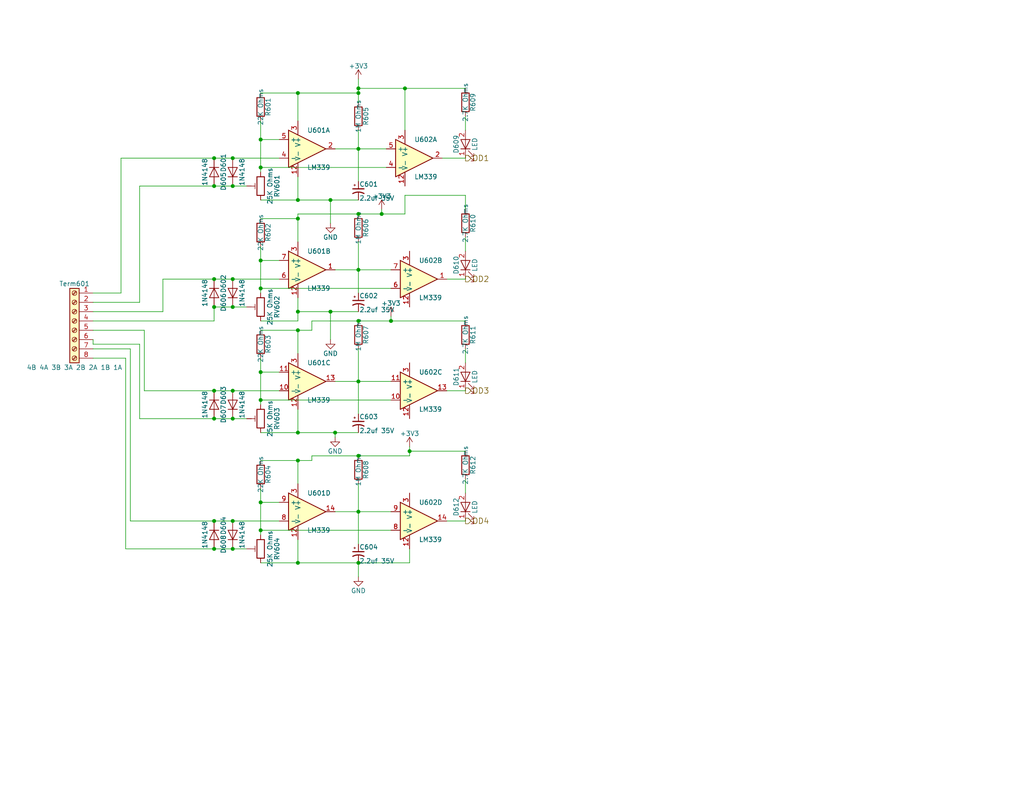
<source format=kicad_sch>
(kicad_sch (version 20211123) (generator eeschema)
  (paper "USLetter")
  (title_block (title "ESP32 S3 Multifunction Board Universal Turnout") (rev "1.0") (company "Deepwoods Software") (comment 1 "Occupancy Detectors"))
  (lib_symbols
    (symbol "ESP32-T7S3-MultiFunctionUniversalTurnout-rescue:+3V3" (power) (pin_names (offset 0))
      (property "Value" "+3V3" (at 0 3.556 0))
      (symbol "+3V3_0_1"
        (polyline (pts (xy -0.762 1.27) (xy 0 2.54)))
        (polyline (pts (xy 0 0) (xy 0 2.54)))
        (polyline (pts (xy 0 2.54) (xy 0.762 1.27)))
      )
      (symbol "+3V3_1_1"
        (pin power_in line (at 0 0 90) (length 0) hide (name "+3V3") (number "1"))
      )
    )
    (symbol "ESP32-T7S3-MultiFunctionUniversalTurnout-rescue:CP1_Small" (pin_numbers hide) (pin_names (offset 0.254) hide)
      (property "Reference" "C" (at 0.254 1.778 0))
      (property "Value" "CP1_Small" (at 0.254 -2.032 0))
      (symbol "CP1_Small_0_1"
        (polyline (pts (xy -1.524 0.508) (xy 1.524 0.508)) (stroke (width 0.3048)))
        (polyline (pts (xy -1.27 1.524) (xy -0.762 1.524)))
        (polyline (pts (xy -1.016 1.27) (xy -1.016 1.778)))
        (arc (start 1.524 -0.762) (mid 0 -0.3734) (end -1.524 -0.762) (stroke (width 0.3048)))
      )
      (symbol "CP1_Small_1_1"
        (pin passive line (at 0 2.54 270) (length 2.032) (name "~") (number "1"))
        (pin passive line (at 0 -2.54 90) (length 2.032) (name "~") (number "2"))
      )
    )
    (symbol "ESP32-T7S3-MultiFunctionUniversalTurnout-rescue:D" (pin_numbers hide) (pin_names (offset 1.016) hide)
      (property "Reference" "D" (at 0 2.54 0))
      (property "Value" "D" (at 0 -2.54 0))
      (symbol "D_0_1"
        (polyline (pts (xy -1.27 1.27) (xy -1.27 -1.27)) (stroke (width 0.2032)))
        (polyline (pts (xy 1.27 0) (xy -1.27 0)))
        (polyline (pts (xy 1.27 1.27) (xy 1.27 -1.27) (xy -1.27 0) (xy 1.27 1.27)) (stroke (width 0.2032)))
      )
      (symbol "D_1_1"
        (pin passive line (at -3.81 0 0) (length 2.54) (name "K") (number "1"))
        (pin passive line (at 3.81 0 180) (length 2.54) (name "A") (number "2"))
      )
    )
    (symbol "ESP32-T7S3-MultiFunctionUniversalTurnout-rescue:GND" (power) (pin_names (offset 0))
      (property "Value" "GND" (at 0 -3.81 0))
      (symbol "GND_0_1"
        (polyline (pts (xy 0 0) (xy 0 -1.27) (xy 1.27 -1.27) (xy 0 -2.54) (xy -1.27 -1.27) (xy 0 -1.27)))
      )
      (symbol "GND_1_1"
        (pin power_in line (at 0 0 270) (length 0) hide (name "GND") (number "1"))
      )
    )
    (symbol "ESP32-T7S3-MultiFunctionUniversalTurnout-rescue:LED" (pin_names (offset 1.016) hide)
      (property "Reference" "D" (at 0 2.54 0))
      (property "Value" "LED" (at 0 -2.54 0))
      (symbol "LED_0_1"
        (polyline (pts (xy -1.27 -1.27) (xy -1.27 1.27)) (stroke (width 0.2032)))
        (polyline (pts (xy -1.27 0) (xy 1.27 0)))
        (polyline (pts (xy 1.27 -1.27) (xy 1.27 1.27) (xy -1.27 0) (xy 1.27 -1.27)) (stroke (width 0.2032)))
        (polyline (pts (xy -3.048 -0.762) (xy -4.572 -2.286) (xy -3.81 -2.286) (xy -4.572 -2.286) (xy -4.572 -1.524)))
        (polyline (pts (xy -1.778 -0.762) (xy -3.302 -2.286) (xy -2.54 -2.286) (xy -3.302 -2.286) (xy -3.302 -1.524)))
      )
      (symbol "LED_1_1"
        (pin passive line (at -3.81 0 0) (length 2.54) (name "K") (number "1"))
        (pin passive line (at 3.81 0 180) (length 2.54) (name "A") (number "2"))
      )
    )
    (symbol "ESP32-T7S3-MultiFunctionUniversalTurnout-rescue:LM339"
      (property "Reference" "U" (at 0 5.08 0))
      (property "Value" "LM339" (at 0 -5.08 0))
      (symbol "LM339_0_1"
        (polyline (pts (xy -5.08 5.08) (xy 5.08 0) (xy -5.08 -5.08) (xy -5.08 5.08)) (stroke (width 0.254)) (fill (type background)))
        (pin power_in line (at -2.54 -7.62 90) (length 3.81) (name "V-") (number "12"))
        (pin power_in line (at -2.54 7.62 270) (length 3.81) (name "V+") (number "3"))
      )
      (symbol "LM339_1_1"
        (pin open_collector line (at 7.62 0 180) (length 2.54) (name "~") (number "2"))
        (pin input line (at -7.62 -2.54 0) (length 2.54) (name "-") (number "4"))
        (pin input line (at -7.62 2.54 0) (length 2.54) (name "+") (number "5"))
      )
      (symbol "LM339_2_1"
        (pin open_collector line (at 7.62 0 180) (length 2.54) (name "~") (number "1"))
        (pin input line (at -7.62 -2.54 0) (length 2.54) (name "-") (number "6"))
        (pin input line (at -7.62 2.54 0) (length 2.54) (name "+") (number "7"))
      )
      (symbol "LM339_3_1"
        (pin input line (at -7.62 -2.54 0) (length 2.54) (name "-") (number "10"))
        (pin input line (at -7.62 2.54 0) (length 2.54) (name "+") (number "11"))
        (pin open_collector line (at 7.62 0 180) (length 2.54) (name "~") (number "13"))
      )
      (symbol "LM339_4_1"
        (pin open_collector line (at 7.62 0 180) (length 2.54) (name "~") (number "14"))
        (pin input line (at -7.62 -2.54 0) (length 2.54) (name "-") (number "8"))
        (pin input line (at -7.62 2.54 0) (length 2.54) (name "+") (number "9"))
      )
    )
    (symbol "ESP32-T7S3-MultiFunctionUniversalTurnout-rescue:POT_TRIM" (pin_numbers hide) (pin_names (offset 1.016) hide)
      (property "Reference" "RV" (at -4.445 0 90))
      (property "Value" "POT_TRIM" (at -2.54 0 90))
      (symbol "POT_TRIM_0_1"
        (polyline (pts (xy 1.524 0.762) (xy 1.524 -0.762)))
        (polyline (pts (xy 2.54 0) (xy 1.524 0)))
        (rectangle (start 1.016 2.54) (end -1.016 -2.54) (stroke (width 0.254)))
      )
      (symbol "POT_TRIM_1_1"
        (pin passive line (at 0 3.81 270) (length 1.27) (name "1") (number "1"))
        (pin passive line (at 3.81 0 180) (length 1.27) (name "2") (number "2"))
        (pin passive line (at 0 -3.81 90) (length 1.27) (name "3") (number "3"))
      )
    )
    (symbol "ESP32-T7S3-MultiFunctionUniversalTurnout-rescue:R" (pin_numbers hide) (pin_names (offset 0))
      (property "Reference" "R" (at 2.032 0 90))
      (property "Value" "R" (at 0 0 90))
      (symbol "R_0_1"
        (rectangle (start -1.016 -2.54) (end 1.016 2.54) (stroke (width 0.254)))
      )
      (symbol "R_1_1"
        (pin passive line (at 0 3.81 270) (length 1.27) (name "~") (number "1"))
        (pin passive line (at 0 -3.81 90) (length 1.27) (name "~") (number "2"))
      )
    )
    (symbol "ESP32-T7S3-MultiFunctionUniversalTurnout-rescue:Screw_Terminal_01x08" (pin_names (offset 1.016) hide)
      (property "Reference" "J" (at 0 10.16 0))
      (property "Value" "Screw_Terminal_01x08" (at 0 -12.7 0))
      (symbol "Screw_Terminal_01x08_1_1"
        (rectangle (start -1.27 8.89) (end 1.27 -11.43) (stroke (width 0.254)) (fill (type background)))
        (circle (center 0 -10.16) (radius 0.635) (stroke (width 0.1524)))
        (circle (center 0 -7.62) (radius 0.635) (stroke (width 0.1524)))
        (circle (center 0 -5.08) (radius 0.635) (stroke (width 0.1524)))
        (circle (center 0 -2.54) (radius 0.635) (stroke (width 0.1524)))
        (polyline (pts (xy -0.5334 -9.8298) (xy 0.3302 -10.668)) (stroke (width 0.1524)))
        (polyline (pts (xy -0.5334 -7.2898) (xy 0.3302 -8.128)) (stroke (width 0.1524)))
        (polyline (pts (xy -0.5334 -4.7498) (xy 0.3302 -5.588)) (stroke (width 0.1524)))
        (polyline (pts (xy -0.5334 -2.2098) (xy 0.3302 -3.048)) (stroke (width 0.1524)))
        (polyline (pts (xy -0.5334 0.3302) (xy 0.3302 -0.508)) (stroke (width 0.1524)))
        (polyline (pts (xy -0.5334 2.8702) (xy 0.3302 2.032)) (stroke (width 0.1524)))
        (polyline (pts (xy -0.5334 5.4102) (xy 0.3302 4.572)) (stroke (width 0.1524)))
        (polyline (pts (xy -0.5334 7.9502) (xy 0.3302 7.112)) (stroke (width 0.1524)))
        (polyline (pts (xy -0.3556 -9.652) (xy 0.508 -10.4902)) (stroke (width 0.1524)))
        (polyline (pts (xy -0.3556 -7.112) (xy 0.508 -7.9502)) (stroke (width 0.1524)))
        (polyline (pts (xy -0.3556 -4.572) (xy 0.508 -5.4102)) (stroke (width 0.1524)))
        (polyline (pts (xy -0.3556 -2.032) (xy 0.508 -2.8702)) (stroke (width 0.1524)))
        (polyline (pts (xy -0.3556 0.508) (xy 0.508 -0.3302)) (stroke (width 0.1524)))
        (polyline (pts (xy -0.3556 3.048) (xy 0.508 2.2098)) (stroke (width 0.1524)))
        (polyline (pts (xy -0.3556 5.588) (xy 0.508 4.7498)) (stroke (width 0.1524)))
        (polyline (pts (xy -0.3556 8.128) (xy 0.508 7.2898)) (stroke (width 0.1524)))
        (circle (center 0 0) (radius 0.635) (stroke (width 0.1524)))
        (circle (center 0 2.54) (radius 0.635) (stroke (width 0.1524)))
        (circle (center 0 5.08) (radius 0.635) (stroke (width 0.1524)))
        (circle (center 0 7.62) (radius 0.635) (stroke (width 0.1524)))
        (pin passive line (at -5.08 7.62 0) (length 3.81) (name "Pin_1") (number "1"))
        (pin passive line (at -5.08 5.08 0) (length 3.81) (name "Pin_2") (number "2"))
        (pin passive line (at -5.08 2.54 0) (length 3.81) (name "Pin_3") (number "3"))
        (pin passive line (at -5.08 0 0) (length 3.81) (name "Pin_4") (number "4"))
        (pin passive line (at -5.08 -2.54 0) (length 3.81) (name "Pin_5") (number "5"))
        (pin passive line (at -5.08 -5.08 0) (length 3.81) (name "Pin_6") (number "6"))
        (pin passive line (at -5.08 -7.62 0) (length 3.81) (name "Pin_7") (number "7"))
        (pin passive line (at -5.08 -10.16 0) (length 3.81) (name "Pin_8") (number "8"))
      )
    )
  )
  (junction (at 71.12 144.78))
  (junction (at 97.79 139.7))
  (junction (at 81.28 54.61))
  (junction (at 58.42 50.8))
  (junction (at 106.68 87.63))
  (junction (at 81.28 118.11))
  (junction (at 58.42 142.24))
  (junction (at 97.79 124.46))
  (junction (at 63.5 43.18))
  (junction (at 71.12 45.72))
  (junction (at 97.79 87.63))
  (junction (at 71.12 137.16))
  (junction (at 58.42 149.86))
  (junction (at 63.5 114.3))
  (junction (at 97.79 24.13))
  (junction (at 104.14 58.42))
  (junction (at 90.17 85.09))
  (junction (at 81.28 90.17))
  (junction (at 58.42 76.2))
  (junction (at 81.28 85.09))
  (junction (at 97.79 25.4))
  (junction (at 81.28 59.69))
  (junction (at 71.12 78.74))
  (junction (at 97.79 104.14))
  (junction (at 71.12 38.1))
  (junction (at 90.17 54.61))
  (junction (at 110.49 24.13))
  (junction (at 97.79 153.67))
  (junction (at 91.44 118.11))
  (junction (at 97.79 58.42))
  (junction (at 58.42 43.18))
  (junction (at 81.28 25.4))
  (junction (at 81.28 125.73))
  (junction (at 71.12 101.6))
  (junction (at 71.12 71.12))
  (junction (at 63.5 50.8))
  (junction (at 81.28 153.67))
  (junction (at 71.12 109.22))
  (junction (at 58.42 114.3))
  (junction (at 63.5 149.86))
  (junction (at 97.79 73.66))
  (junction (at 63.5 83.82))
  (junction (at 58.42 83.82))
  (junction (at 63.5 142.24))
  (junction (at 111.76 123.19))
  (junction (at 63.5 76.2))
  (junction (at 97.79 40.64))
  (junction (at 63.5 106.68))
  (junction (at 58.42 106.68))
  (wire (pts (xy 38.1 114.3) (xy 58.42 114.3)))
  (wire (pts (xy 110.49 58.42) (xy 110.49 53.34)))
  (wire (pts (xy 97.79 58.42) (xy 104.14 58.42)))
  (wire (pts (xy 39.37 90.17) (xy 25.4 90.17)))
  (wire (pts (xy 44.45 76.2) (xy 58.42 76.2)))
  (wire (pts (xy 81.28 125.73) (xy 81.28 132.08)))
  (wire (pts (xy 38.1 50.8) (xy 38.1 82.55)))
  (wire (pts (xy 97.79 132.08) (xy 97.79 139.7)))
  (wire (pts (xy 81.28 85.09) (xy 90.17 85.09)))
  (wire (pts (xy 127 43.18) (xy 120.65 43.18)))
  (wire (pts (xy 106.68 109.22) (xy 71.12 109.22)))
  (wire (pts (xy 111.76 153.67) (xy 111.76 149.86)))
  (wire (pts (xy 71.12 153.67) (xy 81.28 153.67)))
  (wire (pts (xy 127 53.34) (xy 127 57.15)))
  (wire (pts (xy 71.12 101.6) (xy 71.12 109.22)))
  (wire (pts (xy 105.41 45.72) (xy 71.12 45.72)))
  (wire (pts (xy 71.12 125.73) (xy 81.28 125.73)))
  (wire (pts (xy 91.44 40.64) (xy 97.79 40.64)))
  (wire (pts (xy 97.79 40.64) (xy 97.79 49.53)))
  (wire (pts (xy 71.12 101.6) (xy 76.2 101.6)))
  (wire (pts (xy 91.44 118.11) (xy 97.79 118.11)))
  (wire (pts (xy 90.17 85.09) (xy 97.79 85.09)))
  (wire (pts (xy 71.12 25.4) (xy 81.28 25.4)))
  (wire (pts (xy 63.5 43.18) (xy 76.2 43.18)))
  (wire (pts (xy 127 123.19) (xy 111.76 123.19)))
  (wire (pts (xy 71.12 137.16) (xy 76.2 137.16)))
  (wire (pts (xy 97.79 73.66) (xy 97.79 80.01)))
  (wire (pts (xy 63.5 106.68) (xy 76.2 106.68)))
  (wire (pts (xy 38.1 82.55) (xy 25.4 82.55)))
  (wire (pts (xy 104.14 58.42) (xy 104.14 57.15)))
  (wire (pts (xy 97.79 153.67) (xy 97.79 157.48)))
  (wire (pts (xy 71.12 67.31) (xy 71.12 71.12)))
  (wire (pts (xy 104.14 58.42) (xy 110.49 58.42)))
  (wire (pts (xy 81.28 58.42) (xy 81.28 59.69)))
  (wire (pts (xy 127 24.13) (xy 110.49 24.13)))
  (wire (pts (xy 127 130.81) (xy 127 134.62)))
  (wire (pts (xy 97.79 104.14) (xy 106.68 104.14)))
  (wire (pts (xy 97.79 66.04) (xy 97.79 73.66)))
  (wire (pts (xy 71.12 90.17) (xy 81.28 90.17)))
  (wire (pts (xy 81.28 90.17) (xy 85.09 90.17)))
  (wire (pts (xy 71.12 45.72) (xy 71.12 46.99)))
  (wire (pts (xy 97.79 24.13) (xy 97.79 25.4)))
  (wire (pts (xy 85.09 125.73) (xy 85.09 124.46)))
  (wire (pts (xy 63.5 76.2) (xy 76.2 76.2)))
  (wire (pts (xy 81.28 59.69) (xy 81.28 66.04)))
  (wire (pts (xy 85.09 90.17) (xy 85.09 87.63)))
  (wire (pts (xy 121.92 106.68) (xy 127 106.68)))
  (wire (pts (xy 97.79 124.46) (xy 111.76 124.46)))
  (wire (pts (xy 81.28 54.61) (xy 90.17 54.61)))
  (wire (pts (xy 97.79 153.67) (xy 111.76 153.67)))
  (wire (pts (xy 111.76 123.19) (xy 111.76 121.92)))
  (wire (pts (xy 90.17 92.71) (xy 90.17 85.09)))
  (wire (pts (xy 121.92 142.24) (xy 127 142.24)))
  (wire (pts (xy 63.5 142.24) (xy 76.2 142.24)))
  (wire (pts (xy 127 95.25) (xy 127 99.06)))
  (wire (pts (xy 71.12 118.11) (xy 81.28 118.11)))
  (wire (pts (xy 58.42 87.63) (xy 25.4 87.63)))
  (wire (pts (xy 71.12 38.1) (xy 76.2 38.1)))
  (wire (pts (xy 90.17 54.61) (xy 97.79 54.61)))
  (wire (pts (xy 71.12 71.12) (xy 76.2 71.12)))
  (wire (pts (xy 81.28 153.67) (xy 81.28 147.32)))
  (wire (pts (xy 58.42 149.86) (xy 63.5 149.86)))
  (wire (pts (xy 34.29 149.86) (xy 58.42 149.86)))
  (wire (pts (xy 63.5 149.86) (xy 67.31 149.86)))
  (wire (pts (xy 97.79 139.7) (xy 106.68 139.7)))
  (wire (pts (xy 81.28 54.61) (xy 81.28 48.26)))
  (wire (pts (xy 127 31.75) (xy 127 35.56)))
  (wire (pts (xy 35.56 142.24) (xy 58.42 142.24)))
  (wire (pts (xy 97.79 139.7) (xy 97.79 148.59)))
  (wire (pts (xy 63.5 114.3) (xy 67.31 114.3)))
  (wire (pts (xy 35.56 95.25) (xy 35.56 142.24)))
  (wire (pts (xy 97.79 40.64) (xy 105.41 40.64)))
  (wire (pts (xy 71.12 78.74) (xy 71.12 80.01)))
  (wire (pts (xy 38.1 93.98) (xy 25.4 93.98)))
  (wire (pts (xy 71.12 38.1) (xy 71.12 45.72)))
  (wire (pts (xy 106.68 144.78) (xy 71.12 144.78)))
  (wire (pts (xy 33.02 43.18) (xy 58.42 43.18)))
  (wire (pts (xy 58.42 83.82) (xy 58.42 87.63)))
  (wire (pts (xy 91.44 139.7) (xy 97.79 139.7)))
  (wire (pts (xy 127 76.2) (xy 121.92 76.2)))
  (wire (pts (xy 81.28 58.42) (xy 97.79 58.42)))
  (wire (pts (xy 81.28 118.11) (xy 81.28 111.76)))
  (wire (pts (xy 39.37 106.68) (xy 58.42 106.68)))
  (wire (pts (xy 111.76 124.46) (xy 111.76 123.19)))
  (wire (pts (xy 81.28 90.17) (xy 81.28 96.52)))
  (wire (pts (xy 38.1 93.98) (xy 38.1 114.3)))
  (wire (pts (xy 127 64.77) (xy 127 68.58)))
  (wire (pts (xy 91.44 73.66) (xy 97.79 73.66)))
  (wire (pts (xy 110.49 24.13) (xy 97.79 24.13)))
  (wire (pts (xy 35.56 95.25) (xy 25.4 95.25)))
  (wire (pts (xy 58.42 83.82) (xy 63.5 83.82)))
  (wire (pts (xy 81.28 125.73) (xy 85.09 125.73)))
  (wire (pts (xy 90.17 60.96) (xy 90.17 54.61)))
  (wire (pts (xy 81.28 25.4) (xy 97.79 25.4)))
  (wire (pts (xy 91.44 104.14) (xy 97.79 104.14)))
  (wire (pts (xy 81.28 81.28) (xy 81.28 85.09)))
  (wire (pts (xy 81.28 118.11) (xy 91.44 118.11)))
  (wire (pts (xy 97.79 73.66) (xy 106.68 73.66)))
  (wire (pts (xy 97.79 25.4) (xy 97.79 27.94)))
  (wire (pts (xy 33.02 43.18) (xy 33.02 80.01)))
  (wire (pts (xy 34.29 97.79) (xy 34.29 149.86)))
  (wire (pts (xy 81.28 153.67) (xy 97.79 153.67)))
  (wire (pts (xy 58.42 106.68) (xy 63.5 106.68)))
  (wire (pts (xy 71.12 71.12) (xy 71.12 78.74)))
  (wire (pts (xy 106.68 87.63) (xy 106.68 86.36)))
  (wire (pts (xy 81.28 87.63) (xy 71.12 87.63)))
  (wire (pts (xy 85.09 87.63) (xy 97.79 87.63)))
  (wire (pts (xy 97.79 95.25) (xy 97.79 104.14)))
  (wire (pts (xy 71.12 133.35) (xy 71.12 137.16)))
  (wire (pts (xy 106.68 78.74) (xy 71.12 78.74)))
  (wire (pts (xy 110.49 53.34) (xy 127 53.34)))
  (wire (pts (xy 25.4 93.98) (xy 25.4 92.71)))
  (wire (pts (xy 106.68 87.63) (xy 127 87.63)))
  (wire (pts (xy 71.12 137.16) (xy 71.12 144.78)))
  (wire (pts (xy 71.12 109.22) (xy 71.12 110.49)))
  (wire (pts (xy 33.02 80.01) (xy 25.4 80.01)))
  (wire (pts (xy 71.12 97.79) (xy 71.12 101.6)))
  (wire (pts (xy 58.42 76.2) (xy 63.5 76.2)))
  (wire (pts (xy 39.37 90.17) (xy 39.37 106.68)))
  (wire (pts (xy 71.12 59.69) (xy 81.28 59.69)))
  (wire (pts (xy 34.29 97.79) (xy 25.4 97.79)))
  (wire (pts (xy 71.12 33.02) (xy 71.12 38.1)))
  (wire (pts (xy 58.42 114.3) (xy 63.5 114.3)))
  (wire (pts (xy 97.79 35.56) (xy 97.79 40.64)))
  (wire (pts (xy 58.42 43.18) (xy 63.5 43.18)))
  (wire (pts (xy 63.5 50.8) (xy 67.31 50.8)))
  (wire (pts (xy 81.28 25.4) (xy 81.28 33.02)))
  (wire (pts (xy 58.42 50.8) (xy 63.5 50.8)))
  (wire (pts (xy 110.49 35.56) (xy 110.49 24.13)))
  (wire (pts (xy 58.42 142.24) (xy 63.5 142.24)))
  (wire (pts (xy 44.45 85.09) (xy 25.4 85.09)))
  (wire (pts (xy 63.5 83.82) (xy 67.31 83.82)))
  (wire (pts (xy 97.79 87.63) (xy 106.68 87.63)))
  (wire (pts (xy 91.44 119.38) (xy 91.44 118.11)))
  (wire (pts (xy 71.12 144.78) (xy 71.12 146.05)))
  (wire (pts (xy 81.28 85.09) (xy 81.28 87.63)))
  (wire (pts (xy 97.79 104.14) (xy 97.79 113.03)))
  (wire (pts (xy 44.45 76.2) (xy 44.45 85.09)))
  (wire (pts (xy 97.79 21.59) (xy 97.79 24.13)))
  (wire (pts (xy 71.12 54.61) (xy 81.28 54.61)))
  (wire (pts (xy 38.1 50.8) (xy 58.42 50.8)))
  (wire (pts (xy 85.09 124.46) (xy 97.79 124.46)))
  (hierarchical_label "OD1" (shape output) (at 127 43.18 0) (effects (font (size 1.524 1.524))))
  (hierarchical_label "OD3" (shape output) (at 127 106.68 0) (effects (font (size 1.524 1.524))))
  (hierarchical_label "OD2" (shape output) (at 127 76.2 0) (effects (font (size 1.524 1.524))))
  (hierarchical_label "OD4" (shape output) (at 127 142.24 0) (effects (font (size 1.524 1.524))))
  (symbol (lib_id "ESP32-T7S3-MultiFunctionUniversalTurnout-rescue:Screw_Terminal_01x08") (at 20.32 87.63 0) (mirror y) (unit 1)
    (property "Reference" "Term601" (at 20.32 77.47 0))
    (property "Value" "4B 4A 3B 3A 2B 2A 1B 1A" (at 20.32 100.33 0))
    (property "Footprint" "Connectors_Terminal_Blocks:TerminalBlock_Pheonix_MPT-2.54mm_8pol" (effects hide))
    (property "Mouser Part Number" "651-1725711" (effects hide))
  )
  (symbol (lib_id "ESP32-T7S3-MultiFunctionUniversalTurnout-rescue:LM339") (at 83.82 40.64 0) (unit 1)
    (property "Reference" "U601" (at 83.82 35.56 0) (effects (justify left)))
    (property "Value" "LM339" (at 83.82 45.72 0) (effects (justify left)))
    (property "Footprint" "Housings_SOIC:SOIC-14_3.9x8.7mm_Pitch1.27mm" (effects hide))
    (property "Mouser Part Number" "595-LM339DR" (effects hide))
  )
  (symbol (lib_id "ESP32-T7S3-MultiFunctionUniversalTurnout-rescue:LM339") (at 113.03 43.18 0) (unit 1)
    (property "Reference" "U602" (at 113.03 38.1 0) (effects (justify left)))
    (property "Value" "LM339" (at 113.03 48.26 0) (effects (justify left)))
    (property "Footprint" "Housings_SOIC:SOIC-14_3.9x8.7mm_Pitch1.27mm" (effects hide))
    (property "Mouser Part Number" "595-LM339DR" (effects hide))
  )
  (symbol (lib_id "ESP32-T7S3-MultiFunctionUniversalTurnout-rescue:LM339") (at 83.82 73.66 0) (unit 2)
    (property "Reference" "U601" (at 83.82 68.58 0) (effects (justify left)))
    (property "Value" "LM339" (at 83.82 78.74 0) (effects (justify left)))
    (property "Footprint" "Housings_SOIC:SOIC-14_3.9x8.7mm_Pitch1.27mm" (effects hide))
  )
  (symbol (lib_id "ESP32-T7S3-MultiFunctionUniversalTurnout-rescue:LM339") (at 114.3 76.2 0) (unit 2)
    (property "Reference" "U602" (at 114.3 71.12 0) (effects (justify left)))
    (property "Value" "LM339" (at 114.3 81.28 0) (effects (justify left)))
    (property "Footprint" "Housings_SOIC:SOIC-14_3.9x8.7mm_Pitch1.27mm" (effects hide))
  )
  (symbol (lib_id "ESP32-T7S3-MultiFunctionUniversalTurnout-rescue:LM339") (at 83.82 104.14 0) (unit 3)
    (property "Reference" "U601" (at 83.82 99.06 0) (effects (justify left)))
    (property "Value" "LM339" (at 83.82 109.22 0) (effects (justify left)))
    (property "Footprint" "Housings_SOIC:SOIC-14_3.9x8.7mm_Pitch1.27mm" (effects hide))
  )
  (symbol (lib_id "ESP32-T7S3-MultiFunctionUniversalTurnout-rescue:LM339") (at 114.3 106.68 0) (unit 3)
    (property "Reference" "U602" (at 114.3 101.6 0) (effects (justify left)))
    (property "Value" "LM339" (at 114.3 111.76 0) (effects (justify left)))
    (property "Footprint" "Housings_SOIC:SOIC-14_3.9x8.7mm_Pitch1.27mm" (effects hide))
  )
  (symbol (lib_id "ESP32-T7S3-MultiFunctionUniversalTurnout-rescue:LM339") (at 83.82 139.7 0) (unit 4)
    (property "Reference" "U601" (at 83.82 134.62 0) (effects (justify left)))
    (property "Value" "LM339" (at 83.82 144.78 0) (effects (justify left)))
    (property "Footprint" "Housings_SOIC:SOIC-14_3.9x8.7mm_Pitch1.27mm" (effects hide))
  )
  (symbol (lib_id "ESP32-T7S3-MultiFunctionUniversalTurnout-rescue:LM339") (at 114.3 142.24 0) (unit 4)
    (property "Reference" "U602" (at 114.3 137.16 0) (effects (justify left)))
    (property "Value" "LM339" (at 114.3 147.32 0) (effects (justify left)))
    (property "Footprint" "Housings_SOIC:SOIC-14_3.9x8.7mm_Pitch1.27mm" (effects hide))
  )
  (symbol (lib_id "ESP32-T7S3-MultiFunctionUniversalTurnout-rescue:D") (at 58.42 46.99 270) (unit 1)
    (property "Reference" "D601" (at 60.96 44.45 0))
    (property "Value" "1N4148" (at 55.88 46.99 0))
    (property "Footprint" "Diodes_SMD:D_SOD-323" (effects hide))
    (property "Mouser Part Number" "750-1N4148WS-HF" (effects hide))
  )
  (symbol (lib_id "ESP32-T7S3-MultiFunctionUniversalTurnout-rescue:D") (at 63.5 46.99 90) (unit 1)
    (property "Reference" "D605" (at 60.96 49.53 0))
    (property "Value" "1N4148" (at 66.04 46.99 0))
    (property "Footprint" "Diodes_SMD:D_SOD-323" (effects hide))
    (property "Mouser Part Number" "750-1N4148WS-HF" (effects hide))
  )
  (symbol (lib_id "ESP32-T7S3-MultiFunctionUniversalTurnout-rescue:D") (at 58.42 80.01 270) (unit 1)
    (property "Reference" "D602" (at 60.96 77.47 0))
    (property "Value" "1N4148" (at 55.88 80.01 0))
    (property "Footprint" "Diodes_SMD:D_SOD-323" (effects hide))
    (property "Mouser Part Number" "750-1N4148WS-HF" (effects hide))
  )
  (symbol (lib_id "ESP32-T7S3-MultiFunctionUniversalTurnout-rescue:D") (at 63.5 80.01 90) (unit 1)
    (property "Reference" "D606" (at 60.96 82.55 0))
    (property "Value" "1N4148" (at 66.04 80.01 0))
    (property "Footprint" "Diodes_SMD:D_SOD-323" (effects hide))
    (property "Mouser Part Number" "750-1N4148WS-HF" (effects hide))
  )
  (symbol (lib_id "ESP32-T7S3-MultiFunctionUniversalTurnout-rescue:D") (at 58.42 110.49 270) (unit 1)
    (property "Reference" "D603" (at 60.96 107.95 0))
    (property "Value" "1N4148" (at 55.88 110.49 0))
    (property "Footprint" "Diodes_SMD:D_SOD-323" (effects hide))
    (property "Mouser Part Number" "750-1N4148WS-HF" (effects hide))
  )
  (symbol (lib_id "ESP32-T7S3-MultiFunctionUniversalTurnout-rescue:D") (at 63.5 110.49 90) (unit 1)
    (property "Reference" "D607" (at 60.96 113.03 0))
    (property "Value" "1N4148" (at 66.04 110.49 0))
    (property "Footprint" "Diodes_SMD:D_SOD-323" (effects hide))
    (property "Mouser Part Number" "750-1N4148WS-HF" (effects hide))
  )
  (symbol (lib_id "ESP32-T7S3-MultiFunctionUniversalTurnout-rescue:D") (at 58.42 146.05 270) (unit 1)
    (property "Reference" "D604" (at 60.96 143.51 0))
    (property "Value" "1N4148" (at 55.88 146.05 0))
    (property "Footprint" "Diodes_SMD:D_SOD-323" (effects hide))
    (property "Mouser Part Number" "750-1N4148WS-HF" (effects hide))
  )
  (symbol (lib_id "ESP32-T7S3-MultiFunctionUniversalTurnout-rescue:D") (at 63.5 146.05 90) (unit 1)
    (property "Reference" "D608" (at 60.96 148.59 0))
    (property "Value" "1N4148" (at 66.04 146.05 0))
    (property "Footprint" "Diodes_SMD:D_SOD-323" (effects hide))
    (property "Mouser Part Number" "750-1N4148WS-HF" (effects hide))
  )
  (symbol (lib_id "ESP32-T7S3-MultiFunctionUniversalTurnout-rescue:R") (at 71.12 29.21 0) (unit 1)
    (property "Reference" "R601" (at 73.152 29.21 90))
    (property "Value" "22K Ohms" (at 71.12 29.21 90))
    (property "Footprint" "Resistors_SMD:R_0603" (effects hide))
    (property "Mouser Part Number" "71-RCG060322K0JNEA" (effects hide))
  )
  (symbol (lib_id "ESP32-T7S3-MultiFunctionUniversalTurnout-rescue:R") (at 71.12 63.5 0) (unit 1)
    (property "Reference" "R602" (at 73.152 63.5 90))
    (property "Value" "22K Ohms" (at 71.12 63.5 90))
    (property "Footprint" "Resistors_SMD:R_0603" (effects hide))
    (property "Mouser Part Number" "71-RCG060322K0JNEA" (effects hide))
  )
  (symbol (lib_id "ESP32-T7S3-MultiFunctionUniversalTurnout-rescue:R") (at 71.12 93.98 0) (unit 1)
    (property "Reference" "R603" (at 73.152 93.98 90))
    (property "Value" "22K Ohms" (at 71.12 93.98 90))
    (property "Footprint" "Resistors_SMD:R_0603" (effects hide))
    (property "Mouser Part Number" "71-RCG060322K0JNEA" (effects hide))
  )
  (symbol (lib_id "ESP32-T7S3-MultiFunctionUniversalTurnout-rescue:R") (at 71.12 129.54 0) (unit 1)
    (property "Reference" "R604" (at 73.152 129.54 90))
    (property "Value" "22K Ohms" (at 71.12 129.54 90))
    (property "Footprint" "Resistors_SMD:R_0603" (effects hide))
    (property "Mouser Part Number" "71-RCG060322K0JNEA" (effects hide))
  )
  (symbol (lib_id "ESP32-T7S3-MultiFunctionUniversalTurnout-rescue:POT_TRIM") (at 71.12 50.8 180) (unit 1)
    (property "Reference" "RV601" (at 75.565 50.8 90))
    (property "Value" "25K Ohms" (at 73.66 50.8 90))
    (property "Footprint" "Potentiometers:Potentiometer_Trimmer_Bourns_3214J" (effects hide))
    (property "Mouser Part Number" "652-3314J-1-253E" (effects hide))
  )
  (symbol (lib_id "ESP32-T7S3-MultiFunctionUniversalTurnout-rescue:POT_TRIM") (at 71.12 83.82 180) (unit 1)
    (property "Reference" "RV602" (at 75.565 83.82 90))
    (property "Value" "25K Ohms" (at 73.66 83.82 90))
    (property "Footprint" "Potentiometers:Potentiometer_Trimmer_Bourns_3214J" (effects hide))
    (property "Mouser Part Number" "652-3314J-1-253E" (effects hide))
  )
  (symbol (lib_id "ESP32-T7S3-MultiFunctionUniversalTurnout-rescue:POT_TRIM") (at 71.12 114.3 180) (unit 1)
    (property "Reference" "RV603" (at 75.565 114.3 90))
    (property "Value" "25K Ohms" (at 73.66 114.3 90))
    (property "Footprint" "Potentiometers:Potentiometer_Trimmer_Bourns_3214J" (effects hide))
    (property "Mouser Part Number" "652-3314J-1-253E" (effects hide))
  )
  (symbol (lib_id "ESP32-T7S3-MultiFunctionUniversalTurnout-rescue:POT_TRIM") (at 71.12 149.86 180) (unit 1)
    (property "Reference" "RV604" (at 75.565 149.86 90))
    (property "Value" "25K Ohms" (at 73.66 149.86 90))
    (property "Footprint" "Potentiometers:Potentiometer_Trimmer_Bourns_3214J" (effects hide))
    (property "Mouser Part Number" "652-3314J-1-253E" (effects hide))
  )
  (symbol (lib_id "ESP32-T7S3-MultiFunctionUniversalTurnout-rescue:R") (at 97.79 31.75 0) (unit 1)
    (property "Reference" "R605" (at 99.822 31.75 90))
    (property "Value" "1M Ohms" (at 97.79 31.75 90))
    (property "Footprint" "Resistors_SMD:R_0603" (effects hide))
    (property "Mouser Part Number" "71-CRCW06031M00JNEAC" (effects hide))
  )
  (symbol (lib_id "ESP32-T7S3-MultiFunctionUniversalTurnout-rescue:R") (at 97.79 62.23 0) (unit 1)
    (property "Reference" "R606" (at 99.822 62.23 90))
    (property "Value" "1M Ohms" (at 97.79 62.23 90))
    (property "Footprint" "Resistors_SMD:R_0603" (effects hide))
    (property "Mouser Part Number" "71-CRCW06031M00JNEAC" (effects hide))
  )
  (symbol (lib_id "ESP32-T7S3-MultiFunctionUniversalTurnout-rescue:R") (at 97.79 91.44 0) (unit 1)
    (property "Reference" "R607" (at 99.822 91.44 90))
    (property "Value" "1M Ohms" (at 97.79 91.44 90))
    (property "Footprint" "Resistors_SMD:R_0603" (effects hide))
    (property "Mouser Part Number" "71-CRCW06031M00JNEAC" (effects hide))
  )
  (symbol (lib_id "ESP32-T7S3-MultiFunctionUniversalTurnout-rescue:R") (at 97.79 128.27 0) (unit 1)
    (property "Reference" "R608" (at 99.822 128.27 90))
    (property "Value" "1M Ohms" (at 97.79 128.27 90))
    (property "Footprint" "Resistors_SMD:R_0603" (effects hide))
    (property "Mouser Part Number" "71-CRCW06031M00JNEAC" (effects hide))
  )
  (symbol (lib_id "ESP32-T7S3-MultiFunctionUniversalTurnout-rescue:CP1_Small") (at 97.79 52.07 0) (unit 1)
    (property "Reference" "C601" (at 98.044 50.292 0) (effects (justify left)))
    (property "Value" "2.2uf 35V" (at 98.044 54.102 0) (effects (justify left)))
    (property "Footprint" "Capacitors_SMD:CP_Elec_4x5.7" (effects hide))
    (property "Mouser Part Number" "667-EEE-1VA2R2NR" (effects hide))
  )
  (symbol (lib_id "ESP32-T7S3-MultiFunctionUniversalTurnout-rescue:CP1_Small") (at 97.79 82.55 0) (unit 1)
    (property "Reference" "C602" (at 98.044 80.772 0) (effects (justify left)))
    (property "Value" "2.2uf 35V" (at 98.044 84.582 0) (effects (justify left)))
    (property "Footprint" "Capacitors_SMD:CP_Elec_4x5.7" (effects hide))
    (property "Mouser Part Number" "667-EEE-1VA2R2NR" (effects hide))
  )
  (symbol (lib_id "ESP32-T7S3-MultiFunctionUniversalTurnout-rescue:CP1_Small") (at 97.79 115.57 0) (unit 1)
    (property "Reference" "C603" (at 98.044 113.792 0) (effects (justify left)))
    (property "Value" "2.2uf 35V" (at 98.044 117.602 0) (effects (justify left)))
    (property "Footprint" "Capacitors_SMD:CP_Elec_4x5.7" (effects hide))
    (property "Mouser Part Number" "667-EEE-1VA2R2NR" (effects hide))
  )
  (symbol (lib_id "ESP32-T7S3-MultiFunctionUniversalTurnout-rescue:CP1_Small") (at 97.79 151.13 0) (unit 1)
    (property "Reference" "C604" (at 98.044 149.352 0) (effects (justify left)))
    (property "Value" "2.2uf 35V" (at 98.044 153.162 0) (effects (justify left)))
    (property "Footprint" "Capacitors_SMD:CP_Elec_4x5.7" (effects hide))
    (property "Mouser Part Number" "667-EEE-1VA2R2NR" (effects hide))
  )
  (symbol (lib_id "ESP32-T7S3-MultiFunctionUniversalTurnout-rescue:+3V3") (at 97.79 21.59 0) (unit 1)
    (property "Reference" "#PWR025" (effects hide))
    (property "Value" "+3V3" (at 97.79 18.034 0))
  )
  (symbol (lib_id "ESP32-T7S3-MultiFunctionUniversalTurnout-rescue:+3V3") (at 104.14 57.15 0) (unit 1)
    (property "Reference" "#PWR026" (effects hide))
    (property "Value" "+3V3" (at 104.14 53.594 0))
  )
  (symbol (lib_id "ESP32-T7S3-MultiFunctionUniversalTurnout-rescue:+3V3") (at 106.68 86.36 0) (unit 1)
    (property "Reference" "#PWR027" (effects hide))
    (property "Value" "+3V3" (at 106.68 82.804 0))
  )
  (symbol (lib_id "ESP32-T7S3-MultiFunctionUniversalTurnout-rescue:+3V3") (at 111.76 121.92 0) (unit 1)
    (property "Reference" "#PWR028" (effects hide))
    (property "Value" "+3V3" (at 111.76 118.364 0))
  )
  (symbol (lib_id "ESP32-T7S3-MultiFunctionUniversalTurnout-rescue:GND") (at 97.79 157.48 0) (unit 1)
    (property "Reference" "#PWR029" (effects hide))
    (property "Value" "GND" (at 97.79 161.29 0))
  )
  (symbol (lib_id "ESP32-T7S3-MultiFunctionUniversalTurnout-rescue:GND") (at 91.44 119.38 0) (unit 1)
    (property "Reference" "#PWR030" (effects hide))
    (property "Value" "GND" (at 91.44 123.19 0))
  )
  (symbol (lib_id "ESP32-T7S3-MultiFunctionUniversalTurnout-rescue:GND") (at 90.17 92.71 0) (unit 1)
    (property "Reference" "#PWR031" (effects hide))
    (property "Value" "GND" (at 90.17 96.52 0))
  )
  (symbol (lib_id "ESP32-T7S3-MultiFunctionUniversalTurnout-rescue:GND") (at 90.17 60.96 0) (unit 1)
    (property "Reference" "#PWR032" (effects hide))
    (property "Value" "GND" (at 90.17 64.77 0))
  )
  (symbol (lib_id "ESP32-T7S3-MultiFunctionUniversalTurnout-rescue:R") (at 127 127 0) (unit 1)
    (property "Reference" "R612" (at 129.032 127 90))
    (property "Value" "2.7K Ohms" (at 127 127 90))
    (property "Footprint" "Resistors_SMD:R_0603" (effects hide))
    (property "Mouser Part Number" "71-CRCW06032K70JNEAC" (effects hide))
  )
  (symbol (lib_id "ESP32-T7S3-MultiFunctionUniversalTurnout-rescue:LED") (at 127 138.43 90) (unit 1)
    (property "Reference" "D612" (at 124.46 138.43 0))
    (property "Value" "LED" (at 129.54 138.43 0))
    (property "Footprint" "LEDs:LED_0603" (effects hide))
    (property "Mouser Part Number" "710-150060SS55040" (effects hide))
  )
  (symbol (lib_id "ESP32-T7S3-MultiFunctionUniversalTurnout-rescue:R") (at 127 91.44 0) (unit 1)
    (property "Reference" "R611" (at 129.032 91.44 90))
    (property "Value" "2.7K Ohms" (at 127 91.44 90))
    (property "Footprint" "Resistors_SMD:R_0603" (effects hide))
    (property "Mouser Part Number" "71-CRCW06032K70JNEAC" (effects hide))
  )
  (symbol (lib_id "ESP32-T7S3-MultiFunctionUniversalTurnout-rescue:LED") (at 127 102.87 90) (unit 1)
    (property "Reference" "D611" (at 124.46 102.87 0))
    (property "Value" "LED" (at 129.54 102.87 0))
    (property "Footprint" "LEDs:LED_0603" (effects hide))
    (property "Mouser Part Number" "710-150060SS55040" (effects hide))
  )
  (symbol (lib_id "ESP32-T7S3-MultiFunctionUniversalTurnout-rescue:R") (at 127 60.96 0) (unit 1)
    (property "Reference" "R610" (at 129.032 60.96 90))
    (property "Value" "2.7K Ohms" (at 127 60.96 90))
    (property "Footprint" "Resistors_SMD:R_0603" (effects hide))
    (property "Mouser Part Number" "71-CRCW06032K70JNEAC" (effects hide))
  )
  (symbol (lib_id "ESP32-T7S3-MultiFunctionUniversalTurnout-rescue:LED") (at 127 72.39 90) (unit 1)
    (property "Reference" "D610" (at 124.46 72.39 0))
    (property "Value" "LED" (at 129.54 72.39 0))
    (property "Footprint" "LEDs:LED_0603" (effects hide))
    (property "Mouser Part Number" "710-150060SS55040" (effects hide))
  )
  (symbol (lib_id "ESP32-T7S3-MultiFunctionUniversalTurnout-rescue:R") (at 127 27.94 0) (unit 1)
    (property "Reference" "R609" (at 129.032 27.94 90))
    (property "Value" "2.7K Ohms" (at 127 27.94 90))
    (property "Footprint" "Resistors_SMD:R_0603" (effects hide))
    (property "Mouser Part Number" "71-CRCW06032K70JNEAC" (effects hide))
  )
  (symbol (lib_id "ESP32-T7S3-MultiFunctionUniversalTurnout-rescue:LED") (at 127 39.37 90) (unit 1)
    (property "Reference" "D609" (at 124.46 39.37 0))
    (property "Value" "LED" (at 129.54 39.37 0))
    (property "Footprint" "LEDs:LED_0603" (effects hide))
    (property "Mouser Part Number" "710-150060SS55040" (effects hide))
  )
)
</source>
